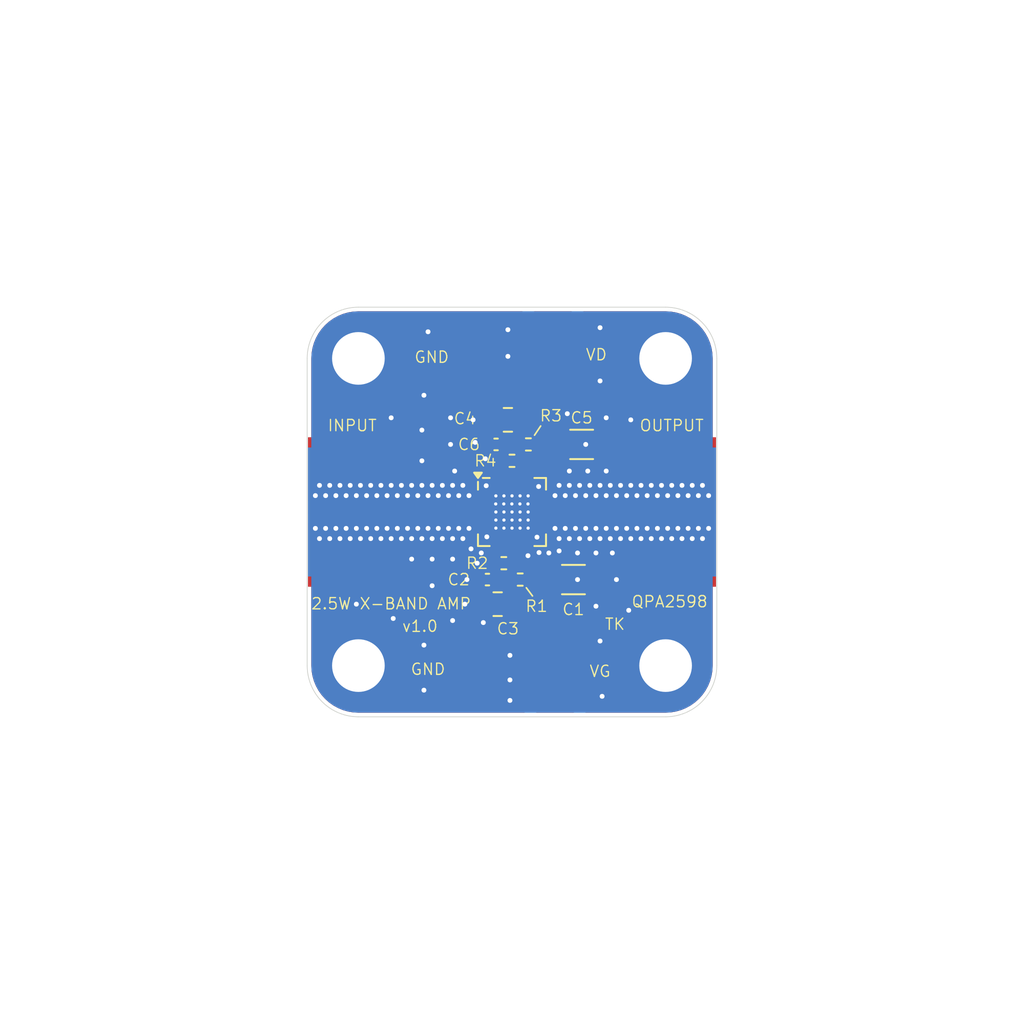
<source format=kicad_pcb>
(kicad_pcb (version 20240108) (generator "pcbnew") (generator_version "8.0")
  (title_block (title "2.5W X-BAND AMP") (date "2024-06-16") (rev "v1.0") (company "openEPR") (comment 1 "Timothy Keller"))
  (layers (0 "F.Cu" signal) (1 "In1.Cu" signal) (2 "In2.Cu" signal) (31 "B.Cu" signal) (34 "B.Paste" user) (35 "F.Paste" user) (36 "B.SilkS" user "B.Silkscreen") (37 "F.SilkS" user "F.Silkscreen") (38 "B.Mask" user) (39 "F.Mask" user) (44 "Edge.Cuts" user))
  (net 0 "")
  (net 1 "GND")
  (net 2 "Net-(J1-In)")
  (net 3 "Net-(J2-In)")
  (net 4 "VD")
  (net 5 "VG")
  (net 6 "Net-(C1-Pad2)")
  (net 7 "Net-(C2-Pad2)")
  (net 8 "Net-(C5-Pad1)")
  (net 9 "Net-(C6-Pad1)")
  (footprint "Resistor_SMD:R_0402_1005Metric" (layer "F.Cu") (at 139.192 66.675)
    (property "Reference" "R2" (at -1.651 0 0) (layer "F.SilkS") (effects (font (size 0.7 0.7) (thickness 0.08))))
    (property "Value" "1.8")
    (fp_line (start -0.153641 -0.38) (end 0.153641 -0.38) (stroke (width 0.12)) (layer "F.SilkS"))
    (fp_line (start -0.153641 0.38) (end 0.153641 0.38) (stroke (width 0.12)) (layer "F.SilkS"))
    (pad "1" smd roundrect (at -0.51 0) (size 0.54 0.64) (layers "F.Cu" "F.Paste" "F.Mask") (net 7 "Net-(C2-Pad2)"))
    (pad "2" smd roundrect (at 0.51 0) (size 0.54 0.64) (layers "F.Cu" "F.Paste" "F.Mask") (net 5 "VG"))
  )
  (footprint "Resistor_SMD:R_0402_1005Metric" (layer "F.Cu") (at 139.7 60.325 180)
    (property "Reference" "R4" (at 1.651 0 180) (layer "F.SilkS") (effects (font (size 0.7 0.7) (thickness 0.08))))
    (property "Value" "1.8")
    (fp_line (start -0.153641 0.38) (end 0.153641 0.38) (stroke (width 0.12)) (layer "F.SilkS"))
    (fp_line (start -0.153641 -0.38) (end 0.153641 -0.38) (stroke (width 0.12)) (layer "F.SilkS"))
    (pad "1" smd roundrect (at -0.51 0 180) (size 0.54 0.64) (layers "F.Cu" "F.Paste" "F.Mask") (net 4 "VD"))
    (pad "2" smd roundrect (at 0.51 0 180) (size 0.54 0.64) (layers "F.Cu" "F.Paste" "F.Mask") (net 9 "Net-(C6-Pad1)"))
  )
  (footprint "_tim-RF:AMPHENOL_901-10513-3_EDGE_LAUNCH_Female" (layer "F.Cu") (at 152.35 63.5 90)
    (property "Reference" "J2" (hide yes))
    (property "Value" "901-10513-3" (hide yes))
    (pad "1" smd roundrect (at 0 -0.5 90) (size 0.35 1) (layers "F.Cu" "F.Paste" "F.Mask") (net 3 "Net-(J2-In)"))
    (pad "2" smd rect (at -2.635 -2.75 90) (size 4 5.5) (layers "F.Cu" "F.Paste" "F.Mask") (net 1 "GND"))
    (pad "2" smd rect (at 0 -1.5 90) (size 8 3) (layers "B.Cu" "B.Paste" "B.Mask") (net 1 "GND"))
    (pad "2" smd rect (at 2.635 -2.75 90) (size 4 5.5) (layers "F.Cu" "F.Paste" "F.Mask") (net 1 "GND"))
  )
  (footprint "Resistor_SMD:R_0402_1005Metric" (layer "F.Cu") (at 140.208 67.691 180)
    (property "Reference" "R1" (at -1.016 -1.651 180) (layer "F.SilkS") (effects (font (size 0.7 0.7) (thickness 0.08))))
    (property "Value" "0")
    (fp_line (start -0.153641 0.38) (end 0.153641 0.38) (stroke (width 0.12)) (layer "F.SilkS"))
    (fp_line (start -0.153641 -0.38) (end 0.153641 -0.38) (stroke (width 0.12)) (layer "F.SilkS"))
    (pad "1" smd roundrect (at -0.51 0 180) (size 0.54 0.64) (layers "F.Cu" "F.Paste" "F.Mask") (net 6 "Net-(C1-Pad2)"))
    (pad "2" smd roundrect (at 0.51 0 180) (size 0.54 0.64) (layers "F.Cu" "F.Paste" "F.Mask") (net 5 "VG"))
  )
  (footprint "Package_DFN_QFN:QFN-20-1EP_4x4mm_P0.5mm_EP2.5x2.5mm_ThermalVias" (layer "F.Cu") (at 139.7 63.5)
    (property "Reference" "U1" (hide yes))
    (property "Value" "QPA2598" (hide yes))
    (fp_line (start -2.11 -1.385) (end -2.11 -1.87) (stroke (width 0.12)) (layer "F.SilkS"))
    (fp_line (start -2.11 2.11) (end -2.11 1.385) (stroke (width 0.12)) (layer "F.SilkS"))
    (fp_line (start -1.385 -2.11) (end -1.81 -2.11) (stroke (width 0.12)) (layer "F.SilkS"))
    (fp_line (start -1.385 2.11) (end -2.11 2.11) (stroke (width 0.12)) (layer "F.SilkS"))
    (fp_line (start 1.385 -2.11) (end 2.11 -2.11) (stroke (width 0.12)) (layer "F.SilkS"))
    (fp_line (start 1.385 2.11) (end 2.11 2.11) (stroke (width 0.12)) (layer "F.SilkS"))
    (fp_line (start 2.11 -2.11) (end 2.11 -1.385) (stroke (width 0.12)) (layer "F.SilkS"))
    (fp_line (start 2.11 2.11) (end 2.11 1.385) (stroke (width 0.12)) (layer "F.SilkS"))
    (fp_poly (pts (xy -2.11 -2.11) (xy -2.35 -2.44) (xy -1.87 -2.44) (xy -2.11 -2.11)) (stroke (width 0.12)) (fill solid) (layer "F.SilkS"))
    (pad "1" smd roundrect (at -1.9375 -1) (size 0.825 0.25) (layers "F.Cu" "F.Paste" "F.Mask") (net 1 "GND"))
    (pad "2" smd roundrect (at -1.9375 -0.5) (size 0.825 0.25) (layers "F.Cu" "F.Paste" "F.Mask") (net 1 "GND"))
    (pad "3" smd roundrect (at -1.9375 0) (size 0.825 0.25) (layers "F.Cu" "F.Paste" "F.Mask") (net 2 "Net-(J1-In)"))
    (pad "4" smd roundrect (at -1.9375 0.5) (size 0.825 0.25) (layers "F.Cu" "F.Paste" "F.Mask") (net 1 "GND"))
    (pad "5" smd roundrect (at -1.9375 1) (size 0.825 0.25) (layers "F.Cu" "F.Paste" "F.Mask") (net 1 "GND"))
    (pad "6" smd roundrect (at -1 1.9375) (size 0.25 0.825) (layers "F.Cu" "F.Paste" "F.Mask") (net 1 "GND"))
    (pad "7" smd roundrect (at -0.5 1.9375) (size 0.25 0.825) (layers "F.Cu" "F.Paste" "F.Mask") (net 1 "GND"))
    (pad "8" smd roundrect (at 0 1.9375) (size 0.25 0.825) (layers "F.Cu" "F.Paste" "F.Mask") (net 5 "VG"))
    (pad "9" smd roundrect (at 0.5 1.9375) (size 0.25 0.825) (layers "F.Cu" "F.Paste" "F.Mask") (net 1 "GND"))
    (pad "10" smd roundrect (at 1 1.9375) (size 0.25 0.825) (layers "F.Cu" "F.Paste" "F.Mask") (net 1 "GND"))
    (pad "11" smd roundrect (at 1.9375 1) (size 0.825 0.25) (layers "F.Cu" "F.Paste" "F.Mask") (net 1 "GND"))
    (pad "12" smd roundrect (at 1.9375 0.5) (size 0.825 0.25) (layers "F.Cu" "F.Paste" "F.Mask") (net 1 "GND"))
    (pad "13" smd roundrect (at 1.9375 0) (size 0.825 0.25) (layers "F.Cu" "F.Paste" "F.Mask") (net 3 "Net-(J2-In)"))
    (pad "14" smd roundrect (at 1.9375 -0.5) (size 0.825 0.25) (layers "F.Cu" "F.Paste" "F.Mask") (net 1 "GND"))
    (pad "15" smd roundrect (at 1.9375 -1) (size 0.825 0.25) (layers "F.Cu" "F.Paste" "F.Mask") (net 1 "GND"))
    (pad "16" smd roundrect (at 1 -1.9375) (size 0.25 0.825) (layers "F.Cu" "F.Paste" "F.Mask") (net 1 "GND"))
    (pad "17" smd roundrect (at 0.5 -1.9375) (size 0.25 0.825) (layers "F.Cu" "F.Paste" "F.Mask") (net 4 "VD"))
    (pad "18" smd roundrect (at 0 -1.9375) (size 0.25 0.825) (layers "F.Cu" "F.Paste" "F.Mask") (net 1 "GND"))
    (pad "19" smd roundrect (at -0.5 -1.9375) (size 0.25 0.825) (layers "F.Cu" "F.Paste" "F.Mask") (net 1 "GND"))
    (pad "20" smd roundrect (at -1 -1.9375) (size 0.25 0.825) (layers "F.Cu" "F.Paste" "F.Mask") (net 1 "GND"))
    (pad "21" thru_hole circle (at -1 -1) (size 0.5 0.5) (drill 0.2) (property pad_prop_heatsink) (layers "*.Cu") (net 1 "GND"))
    (pad "21" thru_hole circle (at -1 1) (size 0.5 0.5) (drill 0.2) (property pad_prop_heatsink) (layers "*.Cu") (net 1 "GND"))
    (pad "21" smd rect (at 0 0) (size 2.5 2.5) (property pad_prop_heatsink) (layers "F.Cu" "F.Mask") (net 1 "GND"))
    (pad "21" smd rect (at 0 0) (size 2.5 2.5) (property pad_prop_heatsink) (layers "B.Cu") (net 1 "GND"))
    (pad "21" thru_hole circle (at 1 -1) (size 0.5 0.5) (drill 0.2) (property pad_prop_heatsink) (layers "*.Cu") (net 1 "GND"))
    (pad "21" thru_hole circle (at 1 1) (size 0.5 0.5) (drill 0.2) (property pad_prop_heatsink) (layers "*.Cu") (net 1 "GND"))
  )
  (footprint "_tim-RF:AMPHENOL_901-10513-3_EDGE_LAUNCH_Female" (layer "F.Cu") (at 127.05 63.5 -90)
    (property "Reference" "J1" (hide yes))
    (property "Value" "901-10513-3" (hide yes))
    (pad "1" smd roundrect (at 0 -0.5 270) (size 0.35 1) (layers "F.Cu" "F.Paste" "F.Mask") (net 2 "Net-(J1-In)"))
    (pad "2" smd rect (at -2.635 -2.75 270) (size 4 5.5) (layers "F.Cu" "F.Paste" "F.Mask") (net 1 "GND"))
    (pad "2" smd rect (at 0 -1.5 270) (size 8 3) (layers "B.Cu" "B.Paste" "B.Mask") (net 1 "GND"))
    (pad "2" smd rect (at 2.635 -2.75 270) (size 4 5.5) (layers "F.Cu" "F.Paste" "F.Mask") (net 1 "GND"))
  )
  (footprint "_tim-Mounting-Holes:4-40_Hole_Pad" (layer "F.Cu") (at 149.225 53.975)
    (property "Reference" "H2" (hide yes))
    (property "Value" "4-40" (hide yes))
    (pad "1" thru_hole circle (at 0 0) (size 5.5626 5.5626) (drill 3.2639) (layers "*.Cu" "*.Mask") (net 1 "GND"))
  )
  (footprint "Capacitor_SMD:C_0805_2012Metric" (layer "F.Cu") (at 138.811 69.215)
    (property "Reference" "C3" (at 0.635 1.524 0) (layer "F.SilkS") (effects (font (size 0.7 0.7) (thickness 0.08))))
    (property "Value" "10uF")
    (fp_line (start -0.261252 -0.735) (end 0.261252 -0.735) (stroke (width 0.12)) (layer "F.SilkS"))
    (fp_line (start -0.261252 0.735) (end 0.261252 0.735) (stroke (width 0.12)) (layer "F.SilkS"))
    (pad "1" smd roundrect (at -0.95 0) (size 1 1.45) (layers "F.Cu" "F.Paste" "F.Mask") (net 1 "GND"))
    (pad "2" smd roundrect (at 0.95 0) (size 1 1.45) (layers "F.Cu" "F.Paste" "F.Mask") (net 5 "VG"))
  )
  (footprint "_tim-Mounting-Holes:4-40_Hole_Pad" (layer "F.Cu") (at 130.175 73.025)
    (property "Reference" "H3" (hide yes))
    (property "Value" "4-40" (hide yes))
    (pad "1" thru_hole circle (at 0 0) (size 5.5626 5.5626) (drill 3.2639) (layers "*.Cu" "*.Mask") (net 1 "GND"))
  )
  (footprint "Capacitor_SMD:C_1206_3216Metric" (layer "F.Cu") (at 144.018 59.309)
    (property "Reference" "C5" (at 0 -1.651 360) (layer "F.SilkS") (effects (font (size 0.7 0.7) (thickness 0.08))))
    (property "Value" "10uF")
    (fp_line (start -0.711252 -0.91) (end 0.711252 -0.91) (stroke (width 0.12)) (layer "F.SilkS"))
    (fp_line (start -0.711252 0.91) (end 0.711252 0.91) (stroke (width 0.12)) (layer "F.SilkS"))
    (pad "1" smd roundrect (at -1.475 0) (size 1.15 1.8) (layers "F.Cu" "F.Paste" "F.Mask") (roundrect_rratio 0.217391) (net 8 "Net-(C5-Pad1)"))
    (pad "2" smd roundrect (at 1.475 0) (size 1.15 1.8) (layers "F.Cu" "F.Paste" "F.Mask") (roundrect_rratio 0.217391) (net 1 "GND"))
  )
  (footprint "Capacitor_SMD:C_0402_1005Metric" (layer "F.Cu") (at 138.712 59.309 180)
    (property "Reference" "C6" (at 1.679 0 180) (layer "F.SilkS") (effects (font (size 0.7 0.7) (thickness 0.08))))
    (property "Value" "1nF")
    (fp_line (start -0.107836 0.36) (end 0.107836 0.36) (stroke (width 0.12)) (layer "F.SilkS"))
    (fp_line (start -0.107836 -0.36) (end 0.107836 -0.36) (stroke (width 0.12)) (layer "F.SilkS"))
    (pad "1" smd roundrect (at -0.48 0 180) (size 0.56 0.62) (layers "F.Cu" "F.Paste" "F.Mask") (net 9 "Net-(C6-Pad1)"))
    (pad "2" smd roundrect (at 0.48 0 180) (size 0.56 0.62) (layers "F.Cu" "F.Paste" "F.Mask") (net 1 "GND"))
  )
  (footprint "_tim-Mounting-Holes:4-40_Hole_Pad" (layer "F.Cu") (at 149.225 73.025)
    (property "Reference" "H4" (hide yes))
    (property "Value" "4-40" (hide yes))
    (pad "1" thru_hole circle (at 0 0) (size 5.5626 5.5626) (drill 3.2639) (layers "*.Cu" "*.Mask") (net 1 "GND"))
  )
  (footprint "Resistor_SMD:R_0402_1005Metric" (layer "F.Cu") (at 140.716 59.309)
    (property "Reference" "R3" (at 1.397 -1.778 0) (layer "F.SilkS") (effects (font (size 0.7 0.7) (thickness 0.08))))
    (property "Value" "0")
    (fp_line (start -0.153641 -0.38) (end 0.153641 -0.38) (stroke (width 0.12)) (layer "F.SilkS"))
    (fp_line (start -0.153641 0.38) (end 0.153641 0.38) (stroke (width 0.12)) (layer "F.SilkS"))
    (pad "1" smd roundrect (at -0.51 0) (size 0.54 0.64) (layers "F.Cu" "F.Paste" "F.Mask") (net 4 "VD"))
    (pad "2" smd roundrect (at 0.51 0) (size 0.54 0.64) (layers "F.Cu" "F.Paste" "F.Mask") (net 8 "Net-(C5-Pad1)"))
  )
  (footprint "_tim-Mounting-Holes:4-40_Hole_Pad" (layer "F.Cu") (at 130.175 53.975)
    (property "Reference" "H1" (hide yes))
    (property "Value" "4-40" (hide yes))
    (pad "1" thru_hole circle (at 0 0) (size 5.5626 5.5626) (drill 3.2639) (layers "*.Cu" "*.Mask") (net 1 "GND"))
  )
  (footprint "Capacitor_SMD:C_1206_3216Metric" (layer "F.Cu") (at 143.51 67.691 180)
    (property "Reference" "C1" (at 0 -1.85 180) (layer "F.SilkS") (effects (font (size 0.7 0.7) (thickness 0.08))))
    (property "Value" "10uF")
    (fp_line (start -0.711252 0.91) (end 0.711252 0.91) (stroke (width 0.12)) (layer "F.SilkS"))
    (fp_line (start -0.711252 -0.91) (end 0.711252 -0.91) (stroke (width 0.12)) (layer "F.SilkS"))
    (pad "1" smd roundrect (at -1.475 0 180) (size 1.15 1.8) (layers "F.Cu" "F.Paste" "F.Mask") (roundrect_rratio 0.217391) (net 1 "GND"))
    (pad "2" smd roundrect (at 1.475 0 180) (size 1.15 1.8) (layers "F.Cu" "F.Paste" "F.Mask") (roundrect_rratio 0.217391) (net 6 "Net-(C1-Pad2)"))
  )
  (footprint "Capacitor_SMD:C_0402_1005Metric" (layer "F.Cu") (at 138.176 67.691)
    (property "Reference" "C2" (at -1.778 0 0) (layer "F.SilkS") (effects (font (size 0.7 0.7) (thickness 0.08))))
    (property "Value" "1nF" (hide yes))
    (fp_line (start -0.107836 -0.36) (end 0.107836 -0.36) (stroke (width 0.12)) (layer "F.SilkS"))
    (fp_line (start -0.107836 0.36) (end 0.107836 0.36) (stroke (width 0.12)) (layer "F.SilkS"))
    (pad "1" smd roundrect (at -0.48 0) (size 0.56 0.62) (layers "F.Cu" "F.Paste" "F.Mask") (net 1 "GND"))
    (pad "2" smd roundrect (at 0.48 0) (size 0.56 0.62) (layers "F.Cu" "F.Paste" "F.Mask") (net 7 "Net-(C2-Pad2)"))
  )
  (footprint "Capacitor_SMD:C_0805_2012Metric" (layer "F.Cu") (at 139.446 57.785 180)
    (property "Reference" "C4" (at 2.667 0.0762 180) (layer "F.SilkS") (effects (font (size 0.7 0.7) (thickness 0.08))))
    (property "Value" "10uF")
    (fp_line (start -0.261252 0.735) (end 0.261252 0.735) (stroke (width 0.12)) (layer "F.SilkS"))
    (fp_line (start -0.261252 -0.735) (end 0.261252 -0.735) (stroke (width 0.12)) (layer "F.SilkS"))
    (pad "1" smd roundrect (at -0.95 0 180) (size 1 1.45) (layers "F.Cu" "F.Paste" "F.Mask") (net 4 "VD"))
    (pad "2" smd roundrect (at 0.95 0 180) (size 1 1.45) (layers "F.Cu" "F.Paste" "F.Mask") (net 1 "GND"))
  )
  (gr_line (start 141.097 58.7375) (end 141.478 58.166) (stroke (width 0.1)) (layer "F.SilkS"))
  (gr_line (start 140.589 68.199) (end 140.97 68.707) (stroke (width 0.1)) (layer "F.SilkS"))
  (gr_line (start 152.4 53.975) (end 152.4 73.025) (stroke (width 0.05)) (layer "Edge.Cuts"))
  (gr_line (start 130.175 50.8) (end 149.225 50.8) (stroke (width 0.05)) (layer "Edge.Cuts"))
  (gr_arc (start 149.225 50.8) (mid 151.470064 51.729936) (end 152.4 53.975) (stroke (width 0.05)) (layer "Edge.Cuts"))
  (gr_arc (start 130.175 76.2) (mid 127.929936 75.270064) (end 127 73.025) (stroke (width 0.05)) (layer "Edge.Cuts"))
  (gr_line (start 149.225 76.2) (end 130.175 76.2) (stroke (width 0.05)) (layer "Edge.Cuts"))
  (gr_line (start 127 73.025) (end 127 53.975) (stroke (width 0.05)) (layer "Edge.Cuts"))
  (gr_arc (start 152.4 73.025) (mid 151.470064 75.270064) (end 149.225 76.2) (stroke (width 0.05)) (layer "Edge.Cuts"))
  (gr_arc (start 127 53.975) (mid 127.929936 51.729936) (end 130.175 50.8) (stroke (width 0.05)) (layer "Edge.Cuts"))
  (gr_text "OUTPUT" (at 149.606 58.547 0) (layer "F.SilkS") (effects (font (size 0.7 0.7) (thickness 0.08)) (justify bottom)))
  (gr_text "GND" (at 134.493 73.66 0) (layer "F.SilkS") (effects (font (size 0.7 0.7) (thickness 0.08)) (justify bottom)))
  (gr_text "${TITLE}" (at 132.207 69.596 0) (layer "F.SilkS") (effects (font (size 0.7 0.7) (thickness 0.08)) (justify bottom)))
  (gr_text "VD" (at 144.9324 54.1528 0) (layer "F.SilkS") (effects (font (size 0.7 0.7) (thickness 0.08)) (justify bottom)))
  (gr_text "${REVISION}" (at 132.842 70.993 0) (layer "F.SilkS") (effects (font (size 0.7 0.7) (thickness 0.08)) (justify left bottom)))
  (gr_text "TK" (at 145.415 70.866 0) (layer "F.SilkS") (effects (font (size 0.7 0.7) (thickness 0.08)) (justify left bottom)))
  (gr_text "QPA2598" (at 149.479 69.469 0) (layer "F.SilkS") (effects (font (size 0.7 0.7) (thickness 0.08)) (justify bottom)))
  (gr_text "VG" (at 145.161 73.787 0) (layer "F.SilkS") (effects (font (size 0.7 0.7) (thickness 0.08)) (justify bottom)))
  (gr_text "GND" (at 134.7216 54.3052 0) (layer "F.SilkS") (effects (font (size 0.7 0.7) (thickness 0.08)) (justify bottom)))
  (gr_text "INPUT" (at 129.794 58.547 0) (layer "F.SilkS") (effects (font (size 0.7 0.7) (thickness 0.08)) (justify bottom)))
  (segment (start 139.72474 64.5) (end 140.2 64.97526) (width 0.25) (layer "F.Cu") (net 1))
  (segment (start 137.7625 64) (end 138.438 64) (width 0.25) (layer "F.Cu") (net 1))
  (segment (start 139.7 64.5) (end 139.67526 64.5) (width 0.25) (layer "F.Cu") (net 1))
  (segment (start 140.7 62.5) (end 141.6375 62.5) (width 0.25) (layer "F.Cu") (net 1))
  (segment (start 137.7625 62.5) (end 138.7 62.5) (width 0.25) (layer "F.Cu") (net 1))
  (segment (start 139.2 65.4375) (end 139.2 64.5) (width 0.25) (layer "F.Cu") (net 1))
  (segment (start 140.2 65.4375) (end 140.2 65) (width 0.25) (layer "F.Cu") (net 1))
  (segment (start 140.17526 62.5) (end 140.2 62.5) (width 0.25) (layer "F.Cu") (net 1))
  (segment (start 141.2 63) (end 140.7 62.5) (width 0.25) (layer "F.Cu") (net 1))
  (segment (start 137.7625 64.5) (end 138.7 64.5) (width 0.25) (layer "F.Cu") (net 1))
  (segment (start 138.438 63) (end 138.938 63.5) (width 0.25) (layer "F.Cu") (net 1))
  (segment (start 139.7 62.738) (end 139.7 63.5) (width 0.25) (layer "F.Cu") (net 1))
  (segment (start 141.6375 63) (end 141.851 63) (width 0.25) (layer "F.Cu") (net 1))
  (segment (start 139.2 64.97526) (end 139.2 65.4375) (width 0.25) (layer "F.Cu") (net 1))
  (segment (start 141.2 64) (end 140.7 64.5) (width 0.25) (layer "F.Cu") (net 1))
  (segment (start 139.2 65) (end 138.7 64.5) (width 0.25) (layer "F.Cu") (net 1))
  (segment (start 137.549 63) (end 137.033 62.484) (width 0.25) (layer "F.Cu") (net 1))
  (segment (start 140.2 65) (end 140.7 64.5) (width 0.25) (layer "F.Cu") (net 1))
  (segment (start 141.6375 63) (end 140.962 63) (width 0.25) (layer "F.Cu") (net 1))
  (segment (start 141.6375 63) (end 141.2 63) (width 0.25) (layer "F.Cu") (net 1))
  (segment (start 138.2 64) (end 138.7 64.5) (width 0.25) (layer "F.Cu") (net 1))
  (segment (start 137.7625 64) (end 138.2 64) (width 0.25) (layer "F.Cu") (net 1))
  (segment (start 138.438 64) (end 138.938 63.5) (width 0.25) (layer "F.Cu") (net 1))
  (segment (start 140.7 62.02474) (end 140.22474 62.5) (width 0.25) (layer "F.Cu") (net 1))
  (segment (start 139.7 64.5) (end 139.72474 64.5) (width 0.25) (layer "F.Cu") (net 1))
  (segment (start 141.6375 64) (end 141.851 64) (width 0.25) (layer "F.Cu") (net 1))
  (segment (start 138.7 61.5625) (end 138.7 62.5) (width 0.25) (layer "F.Cu") (net 1))
  (segment (start 141.6375 64) (end 141.2 64) (width 0.25) (layer "F.Cu") (net 1))
  (segment (start 139.67526 64.5) (end 139.2 64.97526) (width 0.25) (layer "F.Cu") (net 1))
  (segment (start 139.7 61.5625) (end 139.7 62.738) (width 0.25) (layer "F.Cu") (net 1))
  (segment (start 140.7 61.5625) (end 140.7 62.02474) (width 0.25) (layer "F.Cu") (net 1))
  (segment (start 139.7 61.5625) (end 139.7 62.02474) (width 0.25) (layer "F.Cu") (net 1))
  (segment (start 139.7 62.02474) (end 140.17526 62.5) (width 0.25) (layer "F.Cu") (net 1))
  (segment (start 140.962 63) (end 140.462 63.5) (width 0.25) (layer "F.Cu") (net 1))
  (segment (start 138.2 63) (end 138.7 62.5) (width 0.25) (layer "F.Cu") (net 1))
  (segment (start 137.7625 63) (end 138.438 63) (width 0.25) (layer "F.Cu") (net 1))
  (segment (start 137.549 64) (end 137.033 64.516) (width 0.25) (layer "F.Cu") (net 1))
  (segment (start 141.851 64) (end 142.367 64.516) (width 0.25) (layer "F.Cu") (net 1))
  (segment (start 140.7 61.5625) (end 140.7 62.5) (width 0.25) (layer "F.Cu") (net 1))
  (segment (start 140.962 64) (end 140.462 63.5) (width 0.25) (layer "F.Cu") (net 1))
  (segment (start 141.851 63) (end 142.367 62.484) (width 0.25) (layer "F.Cu") (net 1))
  (segment (start 140.22474 62.5) (end 140.2 62.5) (width 0.25) (layer "F.Cu") (net 1))
  (segment (start 137.7625 63) (end 138.2 63) (width 0.25) (layer "F.Cu") (net 1))
  (segment (start 141.6375 64.5) (end 140.7 64.5) (width 0.25) (layer "F.Cu") (net 1))
  (segment (start 141.6375 64) (end 140.962 64) (width 0.25) (layer "F.Cu") (net 1))
  (segment (start 137.7625 63) (end 137.549 63) (width 0.25) (layer "F.Cu") (net 1))
  (segment (start 140.2 64.97526) (end 140.2 65.4375) (width 0.25) (layer "F.Cu") (net 1))
  (segment (start 138.7 65.4375) (end 138.7 64.5) (width 0.25) (layer "F.Cu") (net 1))
  (segment (start 137.7625 64) (end 137.549 64) (width 0.25) (layer "F.Cu") (net 1))
  (segment (start 140.2 64.5) (end 140.2 65.4375) (width 0.25) (layer "F.Cu") (net 1))
  (segment (start 140.7 65.4375) (end 140.7 64.5) (width 0.25) (layer "F.Cu") (net 1))
  (segment (start 139.2 65.4375) (end 139.2 65) (width 0.25) (layer "F.Cu") (net 1))
  (via (at 148.082 62.484) (size 0.6) (drill 0.3) (layers "F.Cu" "B.Cu") (net 1))
  (via (at 132.588 62.484) (size 0.6) (drill 0.3) (layers "F.Cu" "B.Cu") (net 1))
  (via (at 143.256 61.849) (size 0.6) (drill 0.3) (layers "F.Cu" "B.Cu") (net 1))
  (via (at 133.858 62.484) (size 0.6) (drill 0.3) (layers "F.Cu" "B.Cu") (net 1))
  (via (at 131.953 64.516) (size 0.6) (drill 0.3) (layers "F.Cu" "B.Cu") (net 1))
  (via (at 144.907 66.04) (size 0.6) (drill 0.3) (layers "F.Cu" "B.Cu") (net 1))
  (via (at 132.842 61.849) (size 0.6) (drill 0.3) (layers "F.Cu" "B.Cu") (net 1))
  (via (at 130.048 64.516) (size 0.6) (drill 0.3) (layers "F.Cu" "B.Cu") (net 1))
  (via (at 147.447 62.484) (size 0.6) (drill 0.3) (layers "F.Cu" "B.Cu") (net 1))
  (via (at 148.717 62.484) (size 0.6) (drill 0.3) (layers "F.Cu" "B.Cu") (net 1))
  (via (at 133.477 61.849) (size 0.6) (drill 0.3) (layers "F.Cu" "B.Cu") (net 1))
  (via (at 146.177 64.516) (size 0.6) (drill 0.3) (layers "F.Cu" "B.Cu") (net 1))
  (via (at 148.971 61.849) (size 0.6) (drill 0.3) (layers "F.Cu" "B.Cu") (net 1))
  (via (at 148.717 64.516) (size 0.6) (drill 0.3) (layers "F.Cu" "B.Cu") (net 1))
  (via (at 141.25 65.06) (size 0.6) (drill 0.3) (layers "F.Cu" "B.Cu") (net 1))
  (via (at 136.017 61.849) (size 0.6) (drill 0.3) (layers "F.Cu" "B.Cu") (net 1))
  (via (at 142.367 62.484) (size 0.6) (drill 0.3) (layers "F.Cu" "B.Cu") (net 1))
  (via (at 145.542 57.658) (size 0.6) (drill 0.3) (layers "F.Cu" "B.Cu") (net 1))
  (via (at 144.399 60.96) (size 0.6) (drill 0.3) (layers "F.Cu" "B.Cu") (net 1))
  (via (at 138.14 65.04) (size 0.6) (drill 0.3) (layers "F.Cu" "B.Cu") (net 1))
  (via (at 149.606 65.151) (size 0.6) (drill 0.3) (layers "F.Cu" "B.Cu") (net 1))
  (via (at 134.493 62.484) (size 0.6) (drill 0.3) (layers "F.Cu" "B.Cu") (net 1))
  (via (at 149.987 64.516) (size 0.6) (drill 0.3) (layers "F.Cu" "B.Cu") (net 1))
  (via (at 142.621 61.849) (size 0.6) (drill 0.3) (layers "F.Cu" "B.Cu") (net 1))
  (via (at 132.842 65.151) (size 0.6) (drill 0.3) (layers "F.Cu" "B.Cu") (net 1))
  (via (at 137.287 57.785) (size 0.6) (drill 0.3) (layers "F.Cu" "B.Cu") (net 1))
  (via (at 135.763 62.484) (size 0.6) (drill 0.3) (layers "F.Cu" "B.Cu") (net 1))
  (via (at 147.066 61.849) (size 0.6) (drill 0.3) (layers "F.Cu" "B.Cu") (net 1))
  (via (at 149.606 61.849) (size 0.6) (drill 0.3) (layers "F.Cu" "B.Cu") (net 1))
  (via (at 135.128 62.484) (size 0.6) (drill 0.3) (layers "F.Cu" "B.Cu") (net 1))
  (via (at 145.796 65.151) (size 0.6) (drill 0.3) (layers "F.Cu" "B.Cu") (net 1))
  (via (at 143.891 65.151) (size 0.6) (drill 0.3) (layers "F.Cu" "B.Cu") (net 1))
  (via (at 150.241 65.151) (size 0.6) (drill 0.3) (layers "F.Cu" "B.Cu") (net 1))
  (via (at 132.334 70.104) (size 0.6) (drill 0.3) (layers "F.Cu" "B.Cu") (net 1))
  (via (at 149.352 62.484) (size 0.6) (drill 0.3) (layers "F.Cu" "B.Cu") (net 1))
  (via (at 132.207 57.658) (size 0.6) (drill 0.3) (layers "F.Cu" "B.Cu") (net 1))
  (via (at 144.272 62.484) (size 0.6) (drill 0.3) (layers "F.Cu" "B.Cu") (net 1))
  (via (at 133.223 62.484) (size 0.6) (drill 0.3) (layers "F.Cu" "B.Cu") (net 1))
  (via (at 137.414 59.182) (size 0.6) (drill 0.3) (layers "F.Cu" "B.Cu") (net 1))
  (via (at 144.272 59.309) (size 0.6) (drill 0.3) (layers "F.Cu" "B.Cu") (net 1))
  (via (at 134.239 71.755) (size 0.6) (drill 0.3) (layers "F.Cu" "B.Cu") (net 1))
  (via (at 132.588 64.516) (size 0.6) (drill 0.3) (layers "F.Cu" "B.Cu") (net 1))
  (via (at 139.573 75.184) (size 0.6) (drill 0.3) (layers "F.Cu" "B.Cu") (net 1))
  (via (at 148.336 61.849) (size 0.6) (drill 0.3) (layers "F.Cu" "B.Cu") (net 1))
  (via (at 131.953 62.484) (size 0.6) (drill 0.3) (layers "F.Cu" "B.Cu") (net 1))
  (via (at 138.7 64) (size 0.5) (drill 0.2) (layers "F.Cu" "B.Cu") (net 1))
  (via (at 143.891 61.849) (size 0.6) (drill 0.3) (layers "F.Cu" "B.Cu") (net 1))
  (via (at 135.89 59.309) (size 0.6) (drill 0.3) (layers "F.Cu" "B.Cu") (net 1))
  (via (at 140.2 64) (size 0.5) (drill 0.2) (layers "F.Cu" "B.Cu") (net 1))
  (via (at 150.622 62.484) (size 0.6) (drill 0.3) (layers "F.Cu" "B.Cu") (net 1))
  (via (at 128.397 61.849) (size 0.6) (drill 0.3) (layers "F.Cu" "B.Cu") (net 1))
  (via (at 135.382 61.849) (size 0.6) (drill 0.3) (layers "F.Cu" "B.Cu") (net 1))
  (via (at 137.541 66.675) (size 0.6) (drill 0.3) (layers "F.Cu" "B.Cu") (net 1))
  (via (at 140.2 62.5) (size 0.5) (drill 0.2) (layers "F.Cu" "B.Cu") (net 1))
  (via (at 135.382 65.151) (size 0.6) (drill 0.3) (layers "F.Cu" "B.Cu") (net 1))
  (via (at 129.032 65.151) (size 0.6) (drill 0.3) (layers "F.Cu" "B.Cu") (net 1))
  (via (at 150.241 61.849) (size 0.6) (drill 0.3) (layers "F.Cu" "B.Cu") (net 1))
  (via (at 140.69 63) (size 0.5) (drill 0.2) (layers "F.Cu" "B.Cu") (net 1))
  (via (at 132.207 65.151) (size 0.6) (drill 0.3) (layers "F.Cu" "B.Cu") (net 1))
  (via (at 145.542 64.516) (size 0.6) (drill 0.3) (layers "F.Cu" "B.Cu") (net 1))
  (via (at 146.812 62.484) (size 0.6) (drill 0.3) (layers "F.Cu" "B.Cu") (net 1))
  (via (at 145.161 65.151) (size 0.6) (drill 0.3) (layers "F.Cu" "B.Cu") (net 1))
  (via (at 136.652 65.151) (size 0.6) (drill 0.3) (layers "F.Cu" "B.Cu") (net 1))
  (via (at 135.128 64.516) (size 0.6) (drill 0.3) (layers "F.Cu" "B.Cu") (net 1))
  (via (at 140.6906 66.21) (size 0.6) (drill 0.3) (layers "F.Cu" "B.Cu") (net 1))
  (via (at 143.002 64.516) (size 0.6) (drill 0.3) (layers "F.Cu" "B.Cu") (net 1))
  (via (at 139.7 63.5) (size 0.5) (drill 0.2) (layers "F.Cu" "B.Cu") (net 1))
  (via (at 151.511 61.849) (size 0.6) (drill 0.3) (layers "F.Cu" "B.Cu") (net 1))
  (via (at 134.112 58.42) (size 0.6) (drill 0.3) (layers "F.Cu" "B.Cu") (net 1))
  (via (at 142.621 65.913) (size 0.6) (drill 0.3) (layers "F.Cu" "B.Cu") (net 1))
  (via (at 145.161 61.849) (size 0.6) (drill 0.3) (layers "F.Cu" "B.Cu") (net 1))
  (via (at 136.398 62.484) (size 0.6) (drill 0.3) (layers "F.Cu" "B.Cu") (net 1))
  (via (at 150.876 61.849) (size 0.6) (drill 0.3) (layers "F.Cu" "B.Cu") (net 1))
  (via (at 139.2 64) (size 0.5) (drill 0.2) (layers "F.Cu" "B.Cu") (net 1))
  (via (at 129.032 61.849) (size 0.6) (drill 0.3) (layers "F.Cu" "B.Cu") (net 1))
  (via (at 148.971 65.151) (size 0.6) (drill 0.3) (layers "F.Cu" "B.Cu") (net 1))
  (via (at 127.508 64.516) (size 0.6) (drill 0.3) (layers "F.Cu" "B.Cu") (net 1))
  (via (at 139.446 53.848) (size 0.6) (drill 0.3) (layers "F.Cu" "B.Cu") (net 1))
  (via (at 144.907 69.342) (size 0.6) (drill 0.3) (layers "F.Cu" "B.Cu") (net 1))
  (via (at 135.89 57.658) (size 0.6) (drill 0.3) (layers "F.Cu" "B.Cu") (net 1))
  (via (at 139.2 63.5) (size 0.5) (drill 0.2) (layers "F.Cu" "B.Cu") (net 1))
  (via (at 145.161 52.07) (size 0.6) (drill 0.3) (layers "F.Cu" "B.Cu") (net 1))
  (via (at 139.7 64) (size 0.5) (drill 0.2) (layers "F.Cu" "B.Cu") (net 1))
  (via (at 151.257 62.484) (size 0.6) (drill 0.3) (layers "F.Cu" "B.Cu") (net 1))
  (via (at 143.002 62.484) (size 0.6) (drill 0.3) (layers "F.Cu" "B.Cu") (net 1))
  (via (at 147.701 65.151) (size 0.6) (drill 0.3) (layers "F.Cu" "B.Cu") (net 1))
  (via (at 137.033 62.484) (size 0.6) (drill 0.3) (layers "F.Cu" "B.Cu") (net 1))
  (via (at 134.239 74.549) (size 0.6) (drill 0.3) (layers "F.Cu" "B.Cu") (net 1))
  (via (at 128.143 62.484) (size 0.6) (drill 0.3) (layers "F.Cu" "B.Cu") (net 1))
  (via (at 145.923 66.04) (size 0.6) (drill 0.3) (layers "F.Cu" "B.Cu") (net 1))
  (via (at 145.542 60.96) (size 0.6) (drill 0.3) (layers "F.Cu" "B.Cu") (net 1))
  (via (at 138.69 63) (size 0.5) (drill 0.2) (layers "F.Cu" "B.Cu") (net 1))
  (via (at 130.937 61.849) (size 0.6) (drill 0.3) (layers "F.Cu" "B.Cu") (net 1))
  (via (at 144.526 61.849) (size 0.6) (drill 0.3) (layers "F.Cu" "B.Cu") (net 1))
  (via (at 129.667 61.849) (size 0.6) (drill 0.3) (layers "F.Cu" "B.Cu") (net 1))
  (via (at 139.7 62.5) (size 0.5) (drill 0.2) (layers "F.Cu" "B.Cu") (net 1))
  (via (at 134.493 64.516) (size 0.6) (drill 0.3) (layers "F.Cu" "B.Cu") (net 1))
  (via (at 139.19 63) (size 0.5) (drill 0.2) (layers "F.Cu" "B.Cu") (net 1))
  (via (at 145.161 55.372) (size 0.6) (drill 0.3) (layers "F.Cu" "B.Cu") (net 1))
  (via (at 139.573 72.39) (size 0.6) (drill 0.3) (layers "F.Cu" "B.Cu") (net 1))
  (via (at 133.477 66.421) (size 0.6) (drill 0.3) (layers "F.Cu" "B.Cu") (net 1))
  (via (at 127.762 61.849) (size 0.6) (drill 0.3) (layers "F.Cu" "B.Cu") (net 1))
  (via (at 136.017 65.151) (size 0.6) (drill 0.3) (layers "F.Cu" "B.Cu") (net 1))
  (via (at 128.778 64.516) (size 0.6) (drill 0.3) (layers "F.Cu" "B.Cu") (net 1))
  (via (at 134.747 66.421) (size 0.6) (drill 0.3) (layers "F.Cu" "B.Cu") (net 1))
  (via (at 137.795 66.04) (size 0.6) (drill 0.3) (layers "F.Cu" "B.Cu") (net 1))
  (via (at 129.667 65.151) (size 0.6) (drill 0.3) (layers "F.Cu" "B.Cu") (net 1))
  (via (at 145.288 74.93) (size 0.6) (drill 0.3) (layers "F.Cu" "B.Cu") (net 1))
  (via (at 143.764 67.691) (size 0.6) (drill 0.3) (layers "F.Cu" "B.Cu") (net 1))
  (via (at 139.2 64.5) (size 0.5) (drill 0.2) (layers "F.Cu" "B.Cu") (net 1))
  (via (at 140.7 64) (size 0.5) (drill 0.2) (layers "F.Cu" "B.Cu") (net 1))
  (via (at 131.318 62.484) (size 0.6) (drill 0.3) (layers "F.Cu" "B.Cu") (net 1))
  (via (at 148.336 65.151) (size 0.6) (drill 0.3) (layers "F.Cu" "B.Cu") (net 1))
  (via (at 128.143 64.516) (size 0.6) (drill 0.3) (layers "F.Cu" "B.Cu") (net 1))
  (via (at 131.318 64.516) (size 0.6) (drill 0.3) (layers "F.Cu" "B.Cu") (net 1))
  (via (at 147.066 65.151) (size 0.6) (drill 0.3) (layers "F.Cu" "B.Cu") (net 1))
  (via (at 147.066 57.785) (size 0.6) (drill 0.3) (layers "F.Cu" "B.Cu") (net 1))
  (via (at 133.223 64.516) (size 0.6) (drill 0.3) (layers "F.Cu" "B.Cu") (net 1))
  (via (at 143.129 57.404) (size 0.6) (drill 0.3) (layers "F.Cu" "B.Cu") (net 1))
  (via (at 149.352 64.516) (size 0.6) (drill 0.3) (layers "F.Cu" "B.Cu") (net 1))
  (via (at 145.542 62.484) (size 0.6) (drill 0.3) (layers "F.Cu" "B.Cu") (net 1))
  (via (at 147.447 64.516) (size 0.6) (drill 0.3) (layers "F.Cu" "B.Cu") (net 1))
  (via (at 130.302 65.151) (size 0.6) (drill 0.3) (layers "F.Cu" "B.Cu") (net 1))
  (via (at 151.892 64.516) (size 0.6) (drill 0.3) (layers "F.Cu" "B.Cu") (net 1))
  (via (at 140.7 63.5) (size 0.5) (drill 0.2) (layers "F.Cu" "B.Cu") (net 1))
  (via (at 143.637 64.516) (size 0.6) (drill 0.3) (layers "F.Cu" "B.Cu") (net 1))
  (via (at 128.397 65.151) (size 0.6) (drill 0.3) (layers "F.Cu" "B.Cu") (net 1))
  (via (at 141.986 66.04) (size 0.6) (drill 0.3) (layers "F.Cu" "B.Cu") (net 1))
  (via (at 134.747 68.072) (size 0.6) (drill 0.3) (layers "F.Cu" "B.Cu") (net 1))
  (via (at 150.622 64.516) (size 0.6) (drill 0.3) (layers "F.Cu" "B.Cu") (net 1))
  (via (at 127.508 62.484) (size 0.6) (drill 0.3) (layers "F.Cu" "B.Cu") (net 1))
  (via (at 130.683 62.484) (size 0.6) (drill 0.3) (layers "F.Cu" "B.Cu") (net 1))
  (via (at 136.017 66.421) (size 0.6) (drill 0.3) (layers "F.Cu" "B.Cu") (net 1))
  (via (at 131.572 65.151) (size 0.6) (drill 0.3) (layers "F.Cu" "B.Cu") (net 1))
  (via (at 127.762 65.151) (size 0.6) (drill 0.3) (layers "F.Cu" "B.Cu") (net 1))
  (via (at 136.906 67.691) (size 0.6) (drill 0.3) (layers "F.Cu" "B.Cu") (net 1))
  (via (at 144.907 62.484) (size 0.6) (drill 0.3) (layers "F.Cu" "B.Cu") (net 1))
  (via (at 136.398 64.516) (size 0.6) (drill 0.3) (layers "F.Cu" "B.Cu") (net 1))
  (via (at 134.112 61.849) (size 0.6) (drill 0.3) (layers "F.Cu" "B.Cu") (net 1))
  (via (at 144.272 64.516) (size 0.6) (drill 0.3) (layers "F.Cu" "B.Cu") (net 1))
  (via (at 128.778 62.484) (size 0.6) (drill 0.3) (layers "F.Cu" "B.Cu") (net 1))
  (via (at 149.987 62.484) (size 0.6) (drill 0.3) (layers "F.Cu" "B.Cu") (net 1))
  (via (at 140.19 63) (size 0.5) (drill 0.2) (layers "F.Cu" "B.Cu") (net 1))
  (via (at 142.367 64.516) (size 0.6) (drill 0.3) (layers "F.Cu" "B.Cu") (net 1))
  (via (at 151.257 64.516) (size 0.6) (drill 0.3) (layers "F.Cu" "B.Cu") (net 1))
  (via (at 143.256 65.151) (size 0.6) (drill 0.3) (layers "F.Cu" "B.Cu") (net 1))
  (via (at 139.2 62.5) (size 0.5) (drill 0.2) (layers "F.Cu" "B.Cu") (net 1))
  (via (at 150.876 65.151) (size 0.6) (drill 0.3) (layers "F.Cu" "B.Cu") (net 1))
  (via (at 137.16 65.786) (size 0.6) (drill 0.3) (layers "F.Cu" "B.Cu") (net 1))
  (via (at 134.239 56.261) (size 0.6) (drill 0.3) (layers "F.Cu" "B.Cu") (net 1))
  (via (at 139.7 64.5) (size 0.5) (drill 0.2) (layers "F.Cu" "B.Cu") (net 1))
  (via (at 130.683 64.516) (size 0.6) (drill 0.3) (layers "F.Cu" "B.Cu") (net 1))
  (via (at 138.1 61.87) (size 0.6) (drill 0.3) (layers "F.Cu" "B.Cu") (net 1))
  (via (at 146.177 62.484) (size 0.6) (drill 0.3) (layers "F.Cu" "B.Cu") (net 1))
  (via (at 138.049 60.198) (size 0.6) (drill 0.3) (layers "F.Cu" "B.Cu") (net 1))
  (via (at 143.764 66.04) (size 0.6) (drill 0.3) (layers "F.Cu" "B.Cu") (net 1))
  (via (at 151.892 62.484) (size 0.6) (drill 0.3) (layers "F.Cu" "B.Cu") (net 1))
  (via (at 140.2 63.5) (size 0.5) (drill 0.2) (layers "F.Cu" "B.Cu") (net 1))
  (via (at 143.637 62.484) (size 0.6) (drill 0.3) (layers "F.Cu" "B.Cu") (net 1))
  (via (at 130.048 62.484) (size 0.6) (drill 0.3) (layers "F.Cu" "B.Cu") (net 1))
  (via (at 129.413 64.516) (size 0.6) (drill 0.3) (layers "F.Cu" "B.Cu") (net 1))
  (via (at 144.526 65.151) (size 0.6) (drill 0.3) (layers "F.Cu" "B.Cu") (net 1))
  (via (at 141.351 61.92) (size 0.6) (drill 0.3) (layers "F.Cu" "B.Cu") (net 1))
  (via (at 145.161 71.501) (size 0.6) (drill 0.3) (layers "F.Cu" "B.Cu") (net 1))
  (via (at 129.413 62.484) (size 0.6) (drill 0.3) (layers "F.Cu" "B.Cu") (net 1))
  (via (at 130.048 69.215) (size 0.6) (drill 0.3) (layers "F.Cu" "B.Cu") (net 1))
  (via (at 143.256 60.96) (size 0.6) (drill 0.3) (layers "F.Cu" "B.Cu") (net 1))
  (via (at 130.937 65.151) (size 0.6) (drill 0.3) (layers "F.Cu" "B.Cu") (net 1))
  (via (at 146.939 69.596) (size 0.6) (drill 0.3) (layers "F.Cu" "B.Cu") (net 1))
  (via (at 135.763 64.516) (size 0.6) (drill 0.3) (layers "F.Cu" "B.Cu") (net 1))
  (via (at 133.477 65.151) (size 0.6) (drill 0.3) (layers "F.Cu" "B.Cu") (net 1))
  (via (at 134.112 60.325) (size 0.6) (drill 0.3) (layers "F.Cu" "B.Cu") (net 1))
  (via (at 134.112 65.151) (size 0.6) (drill 0.3) (layers "F.Cu" "B.Cu") (net 1))
  (via (at 137.922 70.358) (size 0.6) (drill 0.3) (layers "F.Cu" "B.Cu") (net 1))
  (via (at 137.033 64.516) (size 0.6) (drill 0.3) (layers "F.Cu" "B.Cu") (net 1))
  (via (at 147.701 61.849) (size 0.6) (drill 0.3) (layers "F.Cu" "B.Cu") (net 1))
  (via (at 131.572 61.849) (size 0.6) (drill 0.3) (layers "F.Cu" "B.Cu") (net 1))
  (via (at 139.573 73.914) (size 0.6) (drill 0.3) (layers "F.Cu" "B.Cu") (net 1))
  (via (at 142.621 65.151) (size 0.6) (drill 0.3) (layers "F.Cu" "B.Cu") (net 1))
  (via (at 138.7 63.5) (size 0.5) (drill 0.2) (layers "F.Cu" "B.Cu") (net 1))
  (via (at 133.858 64.516) (size 0.6) (drill 0.3) (layers "F.Cu" "B.Cu") (net 1))
  (via (at 136.652 61.849) (size 0.6) (drill 0.3) (layers "F.Cu" "B.Cu") (net 1))
  (via (at 136.017 70.231) (size 0.6) (drill 0.3) (layers "F.Cu" "B.Cu") (net 1))
  (via (at 139.446 52.197) (size 0.6) (drill 0.3) (layers "F.Cu" "B.Cu") (net 1))
  (via (at 146.431 65.151) (size 0.6) (drill 0.3) (layers "F.Cu" "B.Cu") (net 1))
  (via (at 145.796 61.849) (size 0.6) (drill 0.3) (layers "F.Cu" "B.Cu") (net 1))
  (via (at 134.747 65.151) (size 0.6) (drill 0.3) (layers "F.Cu" "B.Cu") (net 1))
  (via (at 148.082 64.516) (size 0.6) (drill 0.3) (layers "F.Cu" "B.Cu") (net 1))
  (via (at 144.907 64.516) (size 0.6) (drill 0.3) (layers "F.Cu" "B.Cu") (net 1))
  (via (at 140.2 64.5) (size 0.5) (drill 0.2) (layers "F.Cu" "B.Cu") (net 1))
  (via (at 132.207 61.849) (size 0.6) (drill 0.3) (layers "F.Cu" "B.Cu") (net 1))
  (via (at 136.779 69.215) (size 0.6) (drill 0.3) (layers "F.Cu" "B.Cu") (net 1))
  (via (at 134.493 52.324) (size 0.6) (drill 0.3) (layers "F.Cu" "B.Cu") (net 1))
  (via (at 146.812 64.516) (size 0.6) (drill 0.3) (layers "F.Cu" "B.Cu") (net 1))
  (via (at 139.69 63) (size 0.5) (drill 0.2) (layers "F.Cu" "B.Cu") (net 1))
  (via (at 141.3764 66.0146) (size 0.6) (drill 0.3) (layers "F.Cu" "B.Cu") (net 1))
  (via (at 146.177 67.691) (size 0.6) (drill 0.3) (layers "F.Cu" "B.Cu") (net 1))
  (via (at 130.302 61.849) (size 0.6) (drill 0.3) (layers "F.Cu" "B.Cu") (net 1))
  (via (at 146.431 61.849) (size 0.6) (drill 0.3) (layers "F.Cu" "B.Cu") (net 1))
  (via (at 151.511 65.151) (size 0.6) (drill 0.3) (layers "F.Cu" "B.Cu") (net 1))
  (via (at 136.144 60.96) (size 0.6) (drill 0.3) (layers "F.Cu" "B.Cu") (net 1))
  (via (at 134.747 61.849) (size 0.6) (drill 0.3) (layers "F.Cu" "B.Cu") (net 1))
  (segment (start 127.55 63.5) (end 137.24 63.5) (width 0.4) (layer "F.Cu") (net 2))
  (segment (start 137.7625 63.5) (end 137.24 63.5) (width 0.25) (layer "F.Cu") (net 2))
  (segment (start 141.6375 63.5) (end 142.14 63.5) (width 0.25) (layer "F.Cu") (net 3))
  (segment (start 151.85 63.5) (end 142.14 63.5) (width 0.4) (layer "F.Cu") (net 3))
  (segment (start 140.206 57.975) (end 140.396 57.785) (width 0.4) (layer "F.Cu") (net 4))
  (segment (start 141.2342 55.245) (end 142.367 55.245) (width 1.27) (layer "F.Cu") (net 4))
  (segment (start 140.2 60.335) (end 140.21 60.325) (width 0.25) (layer "F.Cu") (net 4))
  (segment (start 140.2 61.5625) (end 140.2 60.335) (width 0.25) (layer "F.Cu") (net 4))
  (segment (start 140.206 59.309) (end 140.206 60.321) (width 0.4) (layer "F.Cu") (net 4))
  (segment (start 140.396 57.785) (end 140.396 56.0832) (width 1.27) (layer "F.Cu") (net 4))
  (segment (start 140.206 60.321) (end 140.21 60.325) (width 0.4) (layer "F.Cu") (net 4))
  (segment (start 140.206 59.309) (end 140.206 57.975) (width 0.4) (layer "F.Cu") (net 4))
  (segment (start 140.396 56.0832) (end 141.2342 55.245) (width 1.27) (layer "F.Cu") (net 4))
  (segment (start 139.761 69.215) (end 142.24 71.694) (width 1.27) (layer "F.Cu") (net 5))
  (segment (start 139.702 67.687) (end 139.698 67.691) (width 0.4) (layer "F.Cu") (net 5))
  (segment (start 139.7 65.4375) (end 139.7 66.673) (width 0.25) (layer "F.Cu") (net 5))
  (segment (start 139.702 66.675) (end 139.702 67.687) (width 0.4) (layer "F.Cu") (net 5))
  (segment (start 139.7 66.673) (end 139.702 66.675) (width 0.25) (layer "F.Cu") (net 5))
  (segment (start 142.24 71.694) (end 142.24 71.755) (width 1.27) (layer "F.Cu") (net 5))
  (segment (start 139.761 69.215) (end 139.698 69.152) (width 0.4) (layer "F.Cu") (net 5))
  (segment (start 139.698 69.152) (end 139.698 67.691) (width 0.4) (layer "F.Cu") (net 5))
  (segment (start 140.718 67.691) (end 142.035 67.691) (width 0.4) (layer "F.Cu") (net 6))
  (segment (start 138.656 67.691) (end 138.656 66.701) (width 0.25) (layer "F.Cu") (net 7))
  (segment (start 138.656 66.701) (end 138.682 66.675) (width 0.25) (layer "F.Cu") (net 7))
  (segment (start 141.226 59.309) (end 142.543 59.309) (width 0.4) (layer "F.Cu") (net 8))
  (segment (start 139.19 60.325) (end 139.19 59.184) (width 0.4) (layer "F.Cu") (net 9))
  (segment (start 139.19 59.184) (end 139.192 59.186) (width 0.25) (layer "F.Cu") (net 9))
  (segment (start 139.192 59.186) (end 139.192 59.309) (width 0.25) (layer "F.Cu") (net 9))
  (zone (net 4) (net_name "VD") (layer "F.Cu") (priority 2) (connect_pads yes (clearance 0.508)) (min_thickness 0.25) (fill yes (thermal_gap 0.5) (thermal_bridge_width 0.5) (island_removal_mode 1) (island_area_min 9.999999))
    (polygon (pts (xy 140.97 51.054) (xy 143.51 51.054) (xy 143.51 56.134) (xy 140.97 56.134)))
  )
  (zone (net 5) (net_name "VG") (layer "F.Cu") (priority 2) (connect_pads (clearance 0.508)) (min_thickness 0.25) (fill yes (thermal_gap 0.5) (thermal_bridge_width 0.5))
    (polygon (pts (xy 141.097 70.866) (xy 143.637 70.866) (xy 143.637 75.946) (xy 141.097 75.946)))
  )
  (zone (net 1) (net_name "GND") (layer "F.Cu") (priority 1) (connect_pads yes (clearance 0.4)) (min_thickness 0.254) (fill yes (thermal_gap 0.5) (thermal_bridge_width 0.5) (island_removal_mode 1) (island_area_min 9.999998))
    (polygon (pts (xy 120.65 44.45) (xy 158.75 44.45) (xy 158.75 82.55) (xy 120.65 82.55)))
  )
  (zone (net 1) (net_name "GND") (layers "In1.Cu" "In2.Cu" "B.Cu") (priority 4) (connect_pads yes (clearance 0.254)) (min_thickness 0.25) (fill yes (thermal_gap 0.5) (thermal_bridge_width 0.5))
    (polygon (pts (xy 114.3 38.1) (xy 165.1 38.1) (xy 165.1 88.9) (xy 114.3 88.9)))
  )
)
</source>
